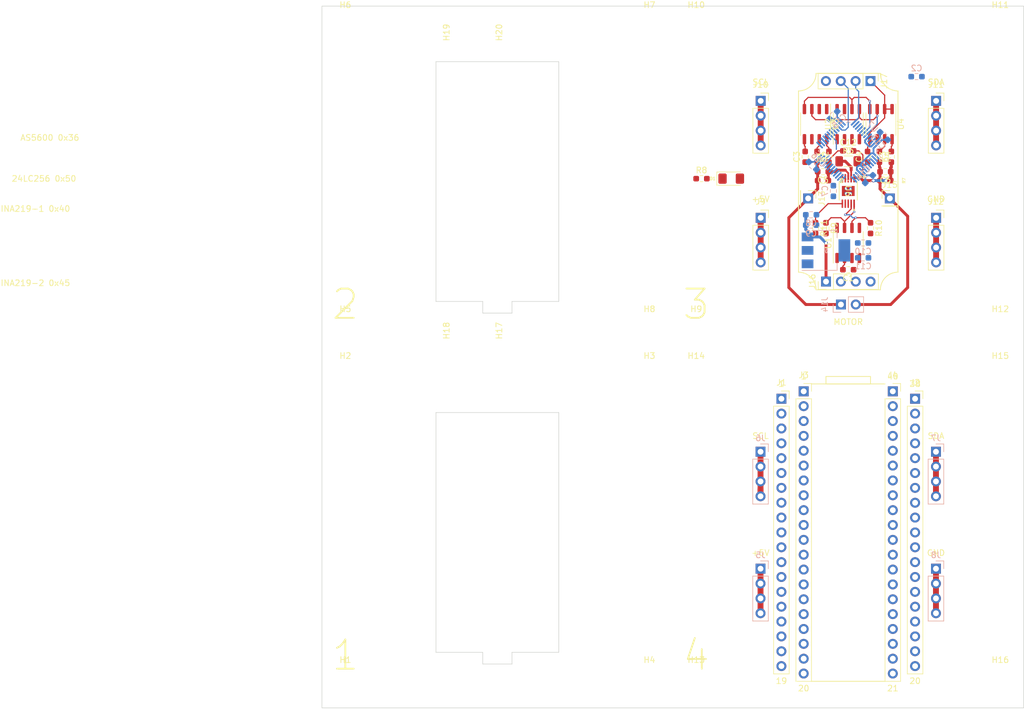
<source format=kicad_pcb>
(kicad_pcb (version 20211014) (generator pcbnew)
  (layers (0 "F.Cu" signal) (1 "In1.Cu" signal) (2 "In2.Cu" signal) (31 "B.Cu" signal) (34 "B.Paste" user) (35 "F.Paste" user) (36 "B.SilkS" user "B.Silkscreen") (37 "F.SilkS" user "F.Silkscreen") (38 "B.Mask" user) (39 "F.Mask" user) (44 "Edge.Cuts" user))
  (net 0 "")
  (net 1 "+5V")
  (net 2 "GNDD")
  (net 3 "+3V3")
  (net 4 "I_SENS_1 -")
  (net 5 "I_SENS_2 -")
  (net 6 "ISENSE")
  (net 7 "Net-(R1-Pad2)")
  (net 8 "Net-(D1-Pad1)")
  (net 9 "H-Bridge 1")
  (net 10 "H-Bridge 2")
  (net 11 "Net-(R3-Pad2)")
  (net 14 "SCL1")
  (net 15 "SDA1")
  (net 26 "GND")
  (net 27 "SDA")
  (net 30 "SCL")
  (net 32 "5V")
  (net 84 "Net-(R2-Pad1)")
  (net 85 "Net-(R4-Pad1)")
  (net 88 "SDA2")
  (net 89 "SCL2")
  (net 95 "SWCLK")
  (net 96 "SWDIO")
  (net 97 "FAULT")
  (footprint "MountingHole:MountingHole_3.2mm_M3" (layer "F.Cu") (at 65.5 95.499999 90)
    (fp_text reference "H18")
    (fp_text value "M2")
  )
  (footprint "MountingHole:MountingHole_3.2mm_M3" (layer "F.Cu") (at 156 96)
    (fp_text reference "H12")
    (fp_text value "3D")
  )
  (footprint "Resistor_SMD:R_0603_1608Metric_Pad0.98x0.95mm_HandSolder" (layer "F.Cu") (at 130 64.752)
    (fp_text reference "C12")
    (fp_text value "100nF")
  )
  (footprint "Connector_PinSocket_2.54mm:PinSocket_1x04_P2.54mm_Vertical" (layer "F.Cu") (at 145.025 56.2)
    (fp_text reference "J11")
    (fp_text value "SDA")
  )
  (footprint "Resistor_SMD:R_0603_1608Metric_Pad0.98x0.95mm_HandSolder" (layer "F.Cu") (at 124.666 65.768 -90)
    (fp_text reference "R2")
    (fp_text value "10R")
  )
  (footprint "Resistor_SMD:R_0603_1608Metric_Pad0.98x0.95mm_HandSolder" (layer "F.Cu") (at 122.634 65.768 90)
    (fp_text reference "C3")
    (fp_text value "100nF")
  )
  (footprint "Resistor_SMD:R_0603_1608Metric_Pad0.98x0.95mm_HandSolder" (layer "F.Cu") (at 136.35 68.308 180)
    (fp_text reference "C6")
    (fp_text value "100nF")
  )
  (footprint "Diode_SMD:D_1206_3216Metric_Pad1.42x1.75mm_HandSolder" (layer "F.Cu") (at 109.9875 69.5)
    (fp_text reference "D1")
    (fp_text value "PWR")
  )
  (footprint "Resistor_SMD:R_0603_1608Metric_Pad0.98x0.95mm_HandSolder" (layer "F.Cu") (at 136.35 69.832)
    (fp_text reference "R7")
    (fp_text value "10m")
  )
  (footprint "Connector_PinSocket_2.54mm:PinSocket_1x19_P2.54mm_Vertical" (layer "F.Cu") (at 118.57 107.14)
    (fp_text reference "J1")
    (fp_text value "ESP-L")
  )
  (footprint "MountingHole:MountingHole_3.2mm_M3" (layer "F.Cu") (at 44 44)
    (fp_text reference "H6")
    (fp_text value "2B")
  )
  (footprint "MountingHole:MountingHole_3.2mm_M3" (layer "F.Cu") (at 74.5 44.500001 90)
    (fp_text reference "H20")
    (fp_text value "M4")
  )
  (footprint "Package_SO:SO-8_3.9x4.9mm_P1.27mm" (layer "F.Cu") (at 130 80.5 90)
    (fp_text reference "U1")
    (fp_text value "AS5600")
  )
  (footprint "Connector_PinSocket_2.54mm:PinSocket_1x20_P2.54mm_Vertical" (layer "F.Cu") (at 137.62 105.87)
    (fp_text reference "J4")
    (fp_text value "STM-R")
  )
  (footprint "MountingHole:MountingHole_3.2mm_M3" (layer "F.Cu") (at 104 44)
    (fp_text reference "H10")
    (fp_text value "3B")
  )
  (footprint "MountingHole:MountingHole_3.2mm_M3" (layer "F.Cu") (at 96 96)
    (fp_text reference "H8")
    (fp_text value "2D")
  )
  (footprint "MountingHole:MountingHole_3.2mm_M3" (layer "F.Cu") (at 96 104)
    (fp_text reference "H3")
    (fp_text value "1C")
  )
  (footprint "Resistor_SMD:R_0603_1608Metric_Pad0.98x0.95mm_HandSolder" (layer "F.Cu") (at 133.81 77.96 -90)
    (fp_text reference "R10")
    (fp_text value "10K")
  )
  (footprint "MountingHole:MountingHole_3.2mm_M3" (layer "F.Cu") (at 65.5 44.500001 90)
    (fp_text reference "H19")
    (fp_text value "M3")
  )
  (footprint "Connector_PinSocket_2.54mm:PinSocket_1x04_P2.54mm_Vertical" (layer "F.Cu") (at 115.025 76.2)
    (fp_text reference "J9")
    (fp_text value "5V")
  )
  (footprint "Resistor_SMD:R_0603_1608Metric_Pad0.98x0.95mm_HandSolder" (layer "F.Cu") (at 135.334 65.768 -90)
    (fp_text reference "R4")
    (fp_text value "10R")
  )
  (footprint "MountingHole:MountingHole_3.2mm_M3" (layer "F.Cu") (at 44 156)
    (fp_text reference "H1")
    (fp_text value "1A")
  )
  (footprint "Resistor_SMD:R_0603_1608Metric_Pad0.98x0.95mm_HandSolder" (layer "F.Cu") (at 125.682 69.832 180)
    (fp_text reference "R6")
    (fp_text value "10m")
  )
  (footprint "MountingHole:MountingHole_3.2mm_M3" (layer "F.Cu") (at 104 104)
    (fp_text reference "H14")
    (fp_text value "4B")
  )
  (footprint "Resistor_SMD:R_0603_1608Metric_Pad0.98x0.95mm_HandSolder" (layer "F.Cu") (at 133.302 65.768 90)
    (fp_text reference "C4")
    (fp_text value "100nF")
  )
  (footprint "Resistor_SMD:R_0603_1608Metric_Pad0.98x0.95mm_HandSolder" (layer "F.Cu") (at 104.9075 69.5)
    (fp_text reference "R8")
    (fp_text value "1K")
  )
  (footprint "MountingHole:MountingHole_3.2mm_M3" (layer "F.Cu") (at 96 44)
    (fp_text reference "H7")
    (fp_text value "2C")
  )
  (footprint "MountingHole:MountingHole_3.2mm_M3" (layer "F.Cu") (at 96 156)
    (fp_text reference "H4")
    (fp_text value "1D")
  )
  (footprint "MountingHole:MountingHole_3.2mm_M3" (layer "F.Cu") (at 44 104)
    (fp_text reference "H2")
    (fp_text value "1B")
  )
  (footprint "Connector_PinHeader_2.54mm:PinHeader_1x04_P2.54mm_Vertical" (layer "F.Cu") (at 126.2 87.104 90)
    (fp_text reference "J16")
    (fp_text value "OUT")
  )
  (footprint "MountingHole:MountingHole_3.2mm_M3" (layer "F.Cu") (at 156 44)
    (fp_text reference "H11")
    (fp_text value "3C")
  )
  (footprint "MountingHole:MountingHole_3.2mm_M3" (layer "F.Cu") (at 74.5 95.499999 90)
    (fp_text reference "H17")
    (fp_text value "M1")
  )
  (footprint "MountingHole:MountingHole_3.2mm_M3" (layer "F.Cu") (at 104 156)
    (fp_text reference "H13")
    (fp_text value "4A")
  )
  (footprint "Resistor_SMD:R_0603_1608Metric_Pad0.98x0.95mm_HandSolder" (layer "F.Cu") (at 126.698 65.768 90)
    (fp_text reference "R1")
    (fp_text value "10R")
  )
  (footprint "Resistor_SMD:R_0603_1608Metric_Pad0.98x0.95mm_HandSolder" (layer "F.Cu") (at 137.366 65.768 90)
    (fp_text reference "R3")
    (fp_text value "10R")
  )
  (footprint "Resistor_SMD:R_0603_1608Metric_Pad0.98x0.95mm_HandSolder" (layer "F.Cu") (at 126.19 77.96 -90)
    (fp_text reference "R9")
    (fp_text value "10K")
  )
  (footprint "Resistor_SMD:R_0603_1608Metric_Pad0.98x0.95mm_HandSolder" (layer "F.Cu") (at 125.682 68.308 180)
    (fp_text reference "C5")
    (fp_text value "100nF")
  )
  (footprint "Resistor_SMD:R_1206_3216Metric_Pad1.30x1.75mm_HandSolder" (layer "F.Cu") (at 130 66.53)
    (fp_text reference "R5")
    (fp_text value "200m")
  )
  (footprint "Package_SO:SO-8_3.9x4.9mm_P1.27mm" (layer "F.Cu") (at 130 60.18 90)
    (fp_text reference "U2")
    (fp_text value "24LC256")
  )
  (footprint "DRV8830:DGQ10_2P18X1P72" (layer "F.Cu") (at 130 71.61 -90)
    (fp_text reference "U6")
    (fp_text value "DRV8830DGQR")
  )
  (footprint "MountingHole:MountingHole_3.2mm_M3" (layer "F.Cu") (at 156 104)
    (fp_text reference "H15")
    (fp_text value "4C")
  )
  (footprint "Resistor_SMD:R_0603_1608Metric_Pad0.98x0.95mm_HandSolder" (layer "F.Cu") (at 130 85.072 180)
    (fp_text reference "C1")
    (fp_text value "100nF")
  )
  (footprint "MountingHole:MountingHole_3.2mm_M3" (layer "F.Cu") (at 104 96)
    (fp_text reference "H9")
    (fp_text value "3A")
  )
  (footprint "Connector_PinSocket_2.54mm:PinSocket_1x19_P2.54mm_Vertical" (layer "F.Cu") (at 141.43 107.14)
    (fp_text reference "J2")
    (fp_text value "ESP-R")
  )
  (footprint "Connector_PinHeader_2.54mm:PinHeader_1x01_P2.54mm_Vertical" (layer "F.Cu") (at 137.112 72.88)
    (fp_text reference "J15")
    (fp_text value "MOT2")
  )
  (footprint "MountingHole:MountingHole_3.2mm_M3" (layer "F.Cu") (at 44 96)
    (fp_text reference "H5")
    (fp_text value "2A")
  )
  (footprint "Resistor_SMD:R_0603_1608Metric_Pad0.98x0.95mm_HandSolder" (layer "F.Cu") (at 124.412 77.96 -90)
    (fp_text reference "R11")
    (fp_text value "10K")
  )
  (footprint "Connector_PinHeader_2.54mm:PinHeader_1x01_P2.54mm_Vertical" (layer "F.Cu") (at 123.142 72.88 -90)
    (fp_text reference "J13")
    (fp_text value "MOT1")
  )
  (footprint "Connector_PinSocket_2.54mm:PinSocket_1x04_P2.54mm_Vertical" (layer "F.Cu") (at 145.025 76.2)
    (fp_text reference "J12")
    (fp_text value "GND")
  )
  (footprint "MountingHole:MountingHole_3.2mm_M3" (layer "F.Cu") (at 156 156)
    (fp_text reference "H16")
    (fp_text value "4D")
  )
  (footprint "Package_SO:SO-8_3.9x4.9mm_P1.27mm" (layer "F.Cu") (at 135.588 60.18 -90)
    (fp_text reference "U4")
    (fp_text value "INA219AxD")
  )
  (footprint "Connector_PinSocket_2.54mm:PinSocket_1x20_P2.54mm_Vertical" (layer "F.Cu") (at 122.38 105.87)
    (fp_text reference "J3")
    (fp_text value "STM-L")
  )
  (footprint "Connector_PinSocket_2.54mm:PinSocket_1x04_P2.54mm_Vertical" (layer "F.Cu") (at 115.025 56.2)
    (fp_text reference "J10")
    (fp_text value "SCL")
  )
  (footprint "Connector_PinHeader_2.54mm:PinHeader_1x04_P2.54mm_Vertical" (layer "F.Cu") (at 133.8 52.814 -90)
    (fp_text reference "J17")
    (fp_text value "STLINK")
  )
  (footprint "Package_SO:SO-8_3.9x4.9mm_P1.27mm" (layer "F.Cu") (at 124.412 60.18 -90)
    (fp_text reference "U3")
    (fp_text value "INA219AxD")
  )
  (footprint "Resistor_SMD:R_0603_1608Metric_Pad0.98x0.95mm_HandSolder" (layer "B.Cu") (at 123.904 67.292 135)
    (fp_text reference "C16")
    (fp_text value "100nF")
  )
  (footprint "Resistor_SMD:R_0603_1608Metric_Pad0.98x0.95mm_HandSolder" (layer "B.Cu") (at 123.65 75.674)
    (fp_text reference "C8")
    (fp_text value "33uF")
  )
  (footprint "Connector_PinHeader_2.54mm:PinHeader_1x04_P2.54mm_Vertical" (layer "B.Cu") (at 115 136.2 180)
    (fp_text reference "J5")
    (fp_text value "5V")
  )
  (footprint "Resistor_SMD:R_0603_1608Metric_Pad0.98x0.95mm_HandSolder" (layer "B.Cu") (at 127.46 71.61 -90)
    (fp_text reference "C7")
    (fp_text value "10uF")
  )
  (footprint "Resistor_SMD:R_0603_1608Metric_Pad0.98x0.95mm_HandSolder" (layer "B.Cu") (at 132.54 80.5)
    (fp_text reference "C10")
    (fp_text value "100nF")
  )
  (footprint "Connector_PinHeader_2.54mm:PinHeader_1x04_P2.54mm_Vertical" (layer "B.Cu") (at 145 116.2 180)
    (fp_text reference "J7")
    (fp_text value "SDA")
  )
  (footprint "Resistor_SMD:R_0603_1608Metric_Pad0.98x0.95mm_HandSolder" (layer "B.Cu") (at 123.65 77.452)
    (fp_text reference "C9")
    (fp_text value "100nF")
  )
  (footprint "Resistor_SMD:R_0603_1608Metric_Pad0.98x0.95mm_HandSolder" (layer "B.Cu") (at 132.54 83.04)
    (fp_text reference "C11")
    (fp_text value "33uF")
  )
  (footprint "Package_QFP:LQFP-48_7x7mm_P0.5mm" (layer "B.Cu") (at 130 64.752 135)
    (fp_text reference "U7")
    (fp_text value "STM32F103C8Tx")
  )
  (footprint "Package_TO_SOT_SMD:SOT-223-3_TabPin2" (layer "B.Cu") (at 126.19 81.77)
    (fp_text reference "U5")
    (fp_text value "AMS1117-3.3")
  )
  (footprint "Connector_PinSocket_2.54mm:PinSocket_1x02_P2.54mm_Vertical" (layer "B.Cu") (at 128.75 91.025 -90)
    (fp_text reference "J14")
    (fp_text value "MOT")
  )
  (footprint "Connector_PinHeader_2.54mm:PinHeader_1x04_P2.54mm_Vertical" (layer "B.Cu") (at 115 116.2 180)
    (fp_text reference "J6")
    (fp_text value "SCL")
  )
  (footprint "Resistor_SMD:R_0603_1608Metric_Pad0.98x0.95mm_HandSolder" (layer "B.Cu") (at 136.096 62.212 -45)
    (fp_text reference "C13")
    (fp_text value "100nF")
  )
  (footprint "Resistor_SMD:R_0603_1608Metric_Pad0.98x0.95mm_HandSolder" (layer "B.Cu") (at 127.46 58.656 45)
    (fp_text reference "C15")
    (fp_text value "100nF")
  )
  (footprint "Resistor_SMD:R_0603_1608Metric_Pad0.98x0.95mm_HandSolder" (layer "B.Cu") (at 133.556 69.578 -135)
    (fp_text reference "C14")
    (fp_text value "100nF")
  )
  (footprint "Connector_PinHeader_2.54mm:PinHeader_1x04_P2.54mm_Vertical" (layer "B.Cu") (at 145 136.2 180)
    (fp_text reference "J8")
    (fp_text value "GND")
  )
  (footprint "Resistor_SMD:R_0603_1608Metric_Pad0.98x0.95mm_HandSolder" (layer "B.Cu") (at 141.684 52.052 180)
    (fp_text reference "C2")
    (fp_text value "100nF")
  )
  (gr_arc (start 138.500001 54.5) (mid 136.37868 53.621321) (end 135.5 51.5) (layer "F.SilkS") (width 0.15))
  (gr_line (start 121.499999 54.5) (end 121.499999 85.5) (layer "F.SilkS") (width 0.15))
  (gr_rect locked (start 126.19 104.6) (end 133.81 103.33) (layer "F.SilkS") (width 0.15) (fill none))
  (gr_arc (start 124.5 51.5) (mid 123.62132 53.62132) (end 121.499999 54.5) (layer "F.SilkS") (width 0.15))
  (gr_line (start 135.5 51.5) (end 124.5 51.5) (layer "F.SilkS") (width 0.15))
  (gr_line locked (start 123.71 104.6) (end 136.29 104.6) (layer "F.SilkS") (width 0.15))
  (gr_line locked (start 123.71 155.46) (end 136.29 155.46) (layer "F.SilkS") (width 0.15))
  (gr_arc (start 121.499999 85.5) (mid 123.62132 86.378679) (end 124.5 88.5) (layer "F.SilkS") (width 0.15))
  (gr_line (start 138.500001 85.5) (end 138.500001 54.5) (layer "F.SilkS") (width 0.15))
  (gr_line (start 124.5 88.5) (end 135.5 88.5) (layer "F.SilkS") (width 0.15))
  (gr_arc (start 135.5 88.5) (mid 136.37868 86.37868) (end 138.500001 85.5) (layer "F.SilkS") (width 0.15))
  (gr_line locked (start 72.5 92.500001) (end 72.5 90.5) (layer "Edge.Cuts") (width 0.1))
  (gr_line locked (start 59.5 150.5) (end 59.5 109.5) (layer "Edge.Cuts") (width 0.1))
  (gr_line locked (start 59.5 150.5) (end 67.5 150.5) (layer "Edge.Cuts") (width 0.1))
  (gr_line locked (start 67.5 92.5) (end 67.5 90.5) (layer "Edge.Cuts") (width 0.1))
  (gr_line locked (start 80.5 90.5) (end 72.5 90.5) (layer "Edge.Cuts") (width 0.1))
  (gr_line locked (start 80.5 109.5) (end 80.5 150.5) (layer "Edge.Cuts") (width 0.1))
  (gr_line locked (start 59.5 90.5) (end 59.5 49.5) (layer "Edge.Cuts") (width 0.1))
  (gr_line locked (start 80.5 49.5) (end 80.5 90.5) (layer "Edge.Cuts") (width 0.1))
  (gr_rect (start 40 40) (end 160 160) (layer "Edge.Cuts") (width 0.1) (fill none))
  (gr_line locked (start 72.5 152.500001) (end 67.5 152.5) (layer "Edge.Cuts") (width 0.1))
  (gr_line locked (start 59.5 90.5) (end 67.5 90.5) (layer "Edge.Cuts") (width 0.1))
  (gr_line locked (start 59.5 49.5) (end 80.5 49.5) (layer "Edge.Cuts") (width 0.1))
  (gr_line locked (start 72.5 152.500001) (end 72.5 150.5) (layer "Edge.Cuts") (width 0.1))
  (gr_line locked (start 72.5 92.500001) (end 67.5 92.5) (layer "Edge.Cuts") (width 0.1))
  (gr_line locked (start 80.5 150.5) (end 72.5 150.5) (layer "Edge.Cuts") (width 0.1))
  (gr_line locked (start 67.5 152.5) (end 67.5 150.5) (layer "Edge.Cuts") (width 0.1))
  (gr_line locked (start 59.5 109.5) (end 80.5 109.5) (layer "Edge.Cuts") (width 0.1))
  (gr_text "38" (at 141.43 104.6) (layer "F.SilkS") (effects (font (size 1 1))))
  (gr_text "SDA" (at 145 113.5) (layer "F.SilkS") (effects (font (size 1 1))))
  (gr_text "INA219-2 0x45" (at -9 87.35) (layer "F.SilkS") (effects (font (size 1 1))))
  (gr_text "MOTOR" (at 130 94) (layer "F.SilkS") (effects (font (size 1 1))))
  (gr_text "SCL" (at 115.025 53) (layer "F.SilkS") (effects (font (size 1 1))))
  (gr_text "SDA" (at 145.025 53) (layer "F.SilkS") (effects (font (size 1 1))))
  (gr_text "1" (at 44 151) (layer "F.SilkS") (effects (font (size 5 5) (thickness 0.3))))
  (gr_text "SCL" (at 115 113.5) (layer "F.SilkS") (effects (font (size 1 1))))
  (gr_text "INA219-1 0x40" (at -9 74.65) (layer "F.SilkS") (effects (font (size 1 1))))
  (gr_text "1" (at 122.38 103.33) (layer "F.SilkS") (effects (font (size 1 1))))
  (gr_text "4" (at 104 151) (layer "F.SilkS") (effects (font (size 5 5) (thickness 0.3))))
  (gr_text "+5V" (at 115 133.5) (layer "F.SilkS") (effects (font (size 1 1))))
  (gr_text "40" (at 137.62 103.33) (layer "F.SilkS") (effects (font (size 1 1))))
  (gr_text "3" (at 104 91) (layer "F.SilkS") (effects (font (size 5 5) (thickness 0.3))))
  (gr_text "1" (at 118.57 104.6) (layer "F.SilkS") (effects (font (size 1 1))))
  (gr_text "20" (at 122.38 156.67) (layer "F.SilkS") (effects (font (size 1 1))))
  (gr_text "21" (at 137.62 156.67) (layer "F.SilkS") (effects (font (size 1 1))))
  (gr_text "GND" (at 145 133.5) (layer "F.SilkS") (effects (font (size 1 1))))
  (gr_text "AS5600 0x36" (at -6.532993 62.5) (layer "F.SilkS") (effects (font (size 1 1))))
  (gr_text "+5V" (at 115.025 73) (layer "F.SilkS") (effects (font (size 1 1))))
  (gr_text "24LC256 0x50" (at -7.532993 69.5) (layer "F.SilkS") (effects (font (size 1 1))))
  (gr_text "19" (at 118.57 155.4) (layer "F.SilkS") (effects (font (size 1 1))))
  (gr_text "2" (at 44 91) (layer "F.SilkS") (effects (font (size 5 5) (thickness 0.3))))
  (gr_text "20" (at 141.43 155.4) (layer "F.SilkS") (effects (font (size 1 1))))
  (gr_text "GND" (at 145.025 73) (layer "F.SilkS") (effects (font (size 1 1))))
  (segment (start 115.025 77.187) (end 115.025 76.193) (width 1) (layer "F.Cu") (net 1))
  (segment (start 115.025 76.2) (end 115.025 77.187) (width 1) (layer "F.Cu") (net 1))
  (segment (start 115.025 83.82) (end 115.025 77.187) (width 1) (layer "F.Cu") (net 1))
  (segment (start 126.2 80.51) (end 126.2 87.104) (width 0.5) (layer "F.Cu") (net 1))
  (via (at 126.19 80.5) (size 0.6) (drill 0.4) (layers "F.Cu" "B.Cu") (net 1))
  (segment (start 123.04 78.5165) (end 122.7375 78.214) (width 0.5) (layer "B.Cu") (net 1))
  (segment (start 123.04 79.47) (end 125.16 79.47) (width 0.5) (layer "B.Cu") (net 1))
  (segment (start 126.19 80.5) (end 126.2 80.51) (width 0.5) (layer "B.Cu") (net 1))
  (segment (start 123.04 79.47) (end 123.04 78.5165) (width 0.5) (layer "B.Cu") (net 1))
  (segment (start 122.7375 78.214) (end 122.7375 75.674) (width 0.5) (layer "B.Cu") (net 1))
  (segment (start 125.16 79.47) (end 126.19 80.5) (width 0.5) (layer "B.Cu") (net 1))
  (segment (start 145.025 76.2) (end 145.025 83.82) (width 1) (layer "F.Cu") (net 2))
  (segment (start 125.464998 66.104342) (end 125.465678 66.104342) (width 0.3) (layer "B.Cu") (net 2))
  (segment (start 128.647658 60.217678) (end 127.731215 59.301235) (width 0.3) (layer "B.Cu") (net 2))
  (segment (start 124.549235 67.020105) (end 125.464998 66.104342) (width 0.3) (layer "B.Cu") (net 2))
  (segment (start 127.576765 59.301235) (end 127.731895 59.301235) (width 0.3) (layer "B.Cu") (net 2))
  (segment (start 133.558115 63.992115) (end 132.881205 63.315205) (width 0.3) (layer "B.Cu") (net 2))
  (segment (start 133.120105 68.932765) (end 134.201235 68.932765) (width 0.3) (layer "B.Cu") (net 2))
  (segment (start 132.881205 63.315205) (end 132.881205 62.931455) (width 0.3) (layer "B.Cu") (net 2))
  (segment (start 124.549235 67.937235) (end 124.549235 67.020105) (width 0.3) (layer "B.Cu") (net 2))
  (segment (start 126.814765 59.301235) (end 127.576765 59.301235) (width 0.3) (layer "B.Cu") (net 2))
  (segment (start 134.534322 63.399658) (end 133.941865 63.992115) (width 0.3) (layer "B.Cu") (net 2))
  (segment (start 132.413002 68.225662) (end 133.120105 68.932765) (width 0.3) (layer "B.Cu") (net 2))
  (segment (start 132.881205 62.931455) (end 133.473662 62.338998) (width 0.3) (layer "B.Cu") (net 2))
  (segment (start 134.535002 63.399658) (end 134.534322 63.399658) (width 0.3) (layer "B.Cu") (net 2))
  (segment (start 128.647658 60.217678) (end 128.647658 60.216998) (width 0.3) (layer "B.Cu") (net 2))
  (segment (start 135.450765 61.566765) (end 135.450765 62.483895) (width 0.3) (layer "B.Cu") (net 2))
  (segment (start 133.941865 63.992115) (end 133.558115 63.992115) (width 0.3) (layer "B.Cu") (net 2))
  (segment (start 135.450765 62.483895) (end 134.535002 63.399658) (width 0.3) (layer "B.Cu") (net 2))
  (segment (start 127.731215 59.301235) (end 127.576765 59.301235) (width 0.3) (layer "B.Cu") (net 2))
  (segment (start 136.223 55.227) (end 133.81 52.814) (width 0.2) (layer "F.Cu") (net 3))
  (segment (start 133.683 63.736) (end 133.302 64.117) (width 0.2) (layer "F.Cu") (net 3))
  (segment (start 129.0875 84.4605) (end 129.365 84.183) (width 0.2) (layer "F.Cu") (net 3))
  (segment (start 129.365 83.075) (end 128.095 83.075) (width 0.2) (layer "F.Cu") (net 3))
  (segment (start 136.223 57.605) (end 136.223 55.227) (width 0.2) (layer "F.Cu") (net 3))
  (segment (start 133.683 62.755) (end 133.683 63.736) (width 0.2) (layer "F.Cu") (net 3))
  (segment (start 122.634 63.99) (end 122.507 63.863) (width 0.2) (layer "F.Cu") (net 3))
  (segment (start 133.683 62.755) (end 133.683 61.664642) (width 0.2) (layer "F.Cu") (net 3))
  (segment (start 122.634 64.8555) (end 122.634 63.99) (width 0.2) (layer "F.Cu") (net 3))
  (segment (start 133.302 64.117) (end 133.302 64.8555) (width 0.2) (layer "F.Cu") (net 3))
  (segment (start 136.223 57.605) (end 136.223 58.783) (width 0.2) (layer "F.Cu") (net 3))
  (segment (start 133.683 61.664642) (end 136.223 59.124642) (width 0.2) (layer "F.Cu") (net 3))
  (segment (start 137.493 57.605) (end 136.223 57.605) (width 0.2) (layer "F.Cu") (net 3))
  (segment (start 129.0875 85.072) (end 129.0875 84.4605) (width 0.2) (layer "F.Cu") (net 3))
  (segment (start 129.365 83.075) (end 129.365 84.183) (width 0.2) (layer "F.Cu") (net 3))
  (segment (start 136.223 59.124642) (end 136.223 58.783) (width 0.2) (layer "F.Cu") (net 3))
  (segment (start 122.507 63.863) (end 122.507 62.755) (width 0.2) (layer "F.Cu") (net 3))
  (segment (start 134.318 64.323088) (end 134.318 65.180912) (width 0.3) (layer "B.Cu") (net 3))
  (segment (start 132.174098 66.927288) (end 132.174098 67.279652) (width 0.3) (layer "B.Cu") (net 3))
  (segment (start 124.216147 66.646765) (end 125.112124 65.750788) (width 0.3) (layer "B.Cu") (net 3))
  (segment (start 132.910765 69.431211) (end 131.466992 67.987438) (width 0.3) (layer "B.Cu") (net 3))
  (segment (start 134.318 65.180912) (end 134.29542 65.158332) (width 0.3) (layer "B.Cu") (net 3))
  (segment (start 134.887876 63.753212) (end 134.318 64.323088) (width 0.3) (layer "B.Cu") (net 3))
  (segment (start 129.001212 59.864124) (end 128.105235 58.968148) (width 0.3) (layer "B.Cu") (net 3))
  (segment (start 132.910765 70.223235) (end 132.910765 69.431211) (width 0.3) (layer "B.Cu") (net 3))
  (segment (start 134.318 65.180912) (end 134.887876 65.750788) (width 0.3) (layer "B.Cu") (net 3))
  (segment (start 134.29542 65.158332) (end 133.943054 65.158332) (width 0.3) (layer "B.Cu") (net 3))
  (segment (start 131.466992 67.578312) (end 131.765652 67.279652) (width 0.3) (layer "B.Cu") (net 3))
  (segment (start 131.765652 67.279652) (end 132.174098 67.279652) (width 0.3) (layer "B.Cu") (net 3))
  (segment (start 128.105235 58.968148) (end 128.105235 58.010765) (width 0.3) (layer "B.Cu") (net 3))
  (segment (start 123.258765 66.646765) (end 124.216147 66.646765) (width 0.3) (layer "B.Cu") (net 3))
  (segment (start 133.943054 65.158332) (end 132.174098 66.927288) (width 0.3) (layer "B.Cu") (net 3))
  (segment (start 132.059449 68.579215) (end 131.466992 67.986758) (width 0.3) (layer "B.Cu") (net 3))
  (segment (start 131.466992 67.857008) (end 131.466992 67.578312) (width 0.3) (layer "B.Cu") (net 3))
  (segment (start 131.466992 67.987438) (end 131.466992 67.857008) (width 0.3) (layer "B.Cu") (net 3))
  (segment (start 134.887876 63.753212) (end 135.783853 62.857235) (width 0.3) (layer "B.Cu") (net 3))
  (segment (start 136.741235 62.857235) (end 135.783853 62.857235) (width 0.3) (layer "B.Cu") (net 3))
  (segment (start 132.174098 67.279652) (end 132.766555 67.872109) (width 0.3) (layer "B.Cu") (net 3))
  (segment (start 131.466992 67.986758) (end 131.466992 67.857008) (width 0.3) (layer "B.Cu") (net 3))
  (segment (start 124.7695 68.308) (end 124.7695 67.6495) (width 0.5) (layer "F.Cu") (net 4))
  (segment (start 124.666 66.6805) (end 124.666 67.546) (width 0.5) (layer "F.Cu") (net 4))
  (segment (start 119.84 88.12) (end 119.84 76.182) (width 0.5) (layer "F.Cu") (net 4))
  (segment (start 124.7695 69.832) (end 124.7695 71.2525) (width 0.5) (layer "F.Cu") (net 4))
  (segment (start 124.666 67.546) (end 124.7695 67.6495) (width 0.5) (layer "F.Cu") (net 4))
  (segment (start 128.75 91.025) (end 122.745 91.025) (width 0.5) (layer "F.Cu") (net 4))
  (segment (start 124.7695 69.832) (end 124.7695 67.6495) (width 0.5) (layer "F.Cu") (net 4))
  (segment (start 122.745 91.025) (end 119.84 88.12) (width 0.5) (layer "F.Cu") (net 4))
  (segment (start 124.7695 71.2525) (end 123.142 72.88) (width 0.5) (layer "F.Cu") (net 4))
  (segment (start 119.84 76.182) (end 123.142 72.88) (width 0.5) (layer "F.Cu") (net 4))
  (segment (start 140.16 75.928) (end 137.112 72.88) (width 0.5) (layer "F.Cu") (net 5))
  (segment (start 135.4375 67.6495) (end 135.334 67.546) (width 0.5) (layer "F.Cu") (net 5))
  (segment (start 140.16 88.12) (end 140.16 75.928) (width 0.5) (layer "F.Cu") (net 5))
  (segment (start 135.4375 68.308) (end 135.4375 67.6495) (width 0.5) (layer "F.Cu") (net 5))
  (segment (start 131.29 91.025) (end 137.255 91.025) (width 0.5) (layer "F.Cu") (net 5))
  (segment (start 137.112 72.88) (end 137.065 72.88) (width 0.5) (layer "F.Cu") (net 5))
  (segment (start 135.4375 69.832) (end 135.4375 68.308) (width 0.5) (layer "F.Cu") (net 5))
  (segment (start 135.4375 71.2525) (end 135.4375 69.832) (width 0.5) (layer "F.Cu") (net 5))
  (segment (start 137.065 72.88) (end 135.4375 71.2525) (width 0.5) (layer "F.Cu") (net 5))
  (segment (start 135.334 66.6805) (end 135.334 67.546) (width 0.5) (layer "F.Cu") (net 5))
  (segment (start 137.255 91.025) (end 140.16 88.12) (width 0.5) (layer "F.Cu") (net 5))
  (segment (start 128.45 66.53) (end 129.492 66.53) (width 0.5) (layer "F.Cu") (net 6))
  (segment (start 130.499999 68.045999) (end 130.499999 69.435001) (width 0.3) (layer "F.Cu") (net 6))
  (segment (start 130.499999 67.537999) (end 130.499999 68.045999) (width 0.5) (layer "F.Cu") (net 6))
  (segment (start 129.492 66.53) (end 130.499999 67.537999) (width 0.5) (layer "F.Cu") (net 6))
  (segment (start 126.317 63.863) (end 126.698 64.244) (width 0.2) (layer "F.Cu") (net 7))
  (segment (start 126.698 64.244) (end 126.698 64.8555) (width 0.2) (layer "F.Cu") (net 7))
  (segment (start 126.317 62.755) (end 126.317 63.863) (width 0.2) (layer "F.Cu") (net 7))
  (segment (start 126.698 66.276) (end 128.222 64.752) (width 0.2) (layer "F.Cu") (net 9))
  (segment (start 126.698 66.6805) (end 126.698 66.276) (width 0.2) (layer "F.Cu") (net 9))
  (segment (start 126.698 66.6805) (end 126.698 67.546) (width 0.5) (layer "F.Cu") (net 9))
  (segment (start 128.222 64.752) (end 129.0875 64.752) (width 0.2) (layer "F.Cu") (net 9))
  (segment (start 126.698 67.546) (end 126.5945 67.6495) (width 0.5) (layer "F.Cu") (net 9))
  (segment (start 130 69.435001) (end 130 68.562958) (width 0.3) (layer "F.Cu") (net 9))
  (segment (start 130.000479 69.069521) (end 130 69.07) (width 0.3) (layer "F.Cu") (net 9))
  (segment (start 126.5945 69.832) (end 126.5945 67.6495) (width 0.5) (layer "F.Cu") (net 9))
  (segment (start 126.5945 68.308) (end 127.714 68.308) (width 0.5) (layer "F.Cu") (net 9))
  (segment (start 129.492 68.054) (end 130.000479 68.562479) (width 0.3) (layer "F.Cu") (net 9))
  (segment (start 127.968 68.054) (end 129.492 68.054) (width 0.5) (layer "F.Cu") (net 9))
  (segment (start 126.5945 68.308) (end 126.5945 67.6495) (width 0.5) (layer "F.Cu") (net 9))
  (segment (start 127.714 68.308) (end 127.968 68.054) (width 0.5) (layer "F.Cu") (net 9))
  (segment (start 137.2625 68.308) (end 137.2625 67.6495) (width 0.5) (layer "F.Cu") (net 10))
  (segment (start 137.366 67.546) (end 137.2625 67.6495) (width 0.5) (layer "F.Cu") (net 10))
  (segment (start 137.366 66.6805) (end 137.366 67.546) (width 0.5) (layer "F.Cu") (net 10))
  (segment (start 130.9125 64.752) (end 131.803069 64.752) (width 0.2) (layer "F.Cu") (net 10))
  (segment (start 131.000001 69.435001) (end 132.143001 69.435001) (width 0.3) (layer "F.Cu") (net 10))
  (segment (start 132.49952 65.448451) (end 132.49952 69.078482) (width 0.2) (layer "F.Cu") (net 10))
  (segment (start 131.803069 64.752) (end 132.49952 65.448451) (width 0.2) (layer "F.Cu") (net 10))
  (segment (start 132.54 69.832) (end 132.143001 69.435001) (width 0.5) (layer "F.Cu") (net 10))
  (segment (start 132.032 69.324) (end 131.016 69.324) (width 0.3) (layer "F.Cu") (net 10))
  (segment (start 137.2625 69.832) (end 136.4245 69.832) (width 0.5) (layer "F.Cu") (net 10))
  (segment (start 132.49952 69.078482) (end 132.143001 69.435001) (width 0.2) (layer "F.Cu") (net 10))
  (segment (start 132.143001 69.435001) (end 132.032 69.324) (width 0.3) (layer "F.Cu") (net 10))
  (segment (start 137.2625 69.832) (end 137.2625 67.6495) (width 0.5) (layer "F.Cu") (net 10))
  (segment (start 134.318 69.832) (end 132.54 69.832) (width 0.5) (layer "F.Cu") (net 10))
  (via (at 134.318 69.832) (size 0.6) (drill 0.4) (layers "F.Cu" "B.Cu") (net 10))
  (via (at 136.4245 69.832) (size 0.6) (drill 0.4) (layers "F.Cu" "B.Cu") (net 10))
  (segment (start 136.4245 69.832) (end 134.318 69.832) (width 0.5) (layer "B.Cu") (net 10))
  (segment (start 137.493 63.863) (end 137.366 63.99) (width 0.2) (layer "F.Cu") (net 11))
  (segment (start 137.366 63.99) (end 137.366 64.8555) (width 0.2) (layer "F.Cu") (net 11))
  (segment (start 137.493 62.755) (end 137.493 63.863) (width 0.2) (layer "F.Cu") (net 11))
  (segment (start 133.048 55.608) (end 133.683 56.243) (width 0.2) (layer "F.Cu") (net 14))
  (segment (start 130.254 55.608) (end 130.635 55.989) (width 0.2) (layer "F.Cu") (net 14))
  (segment (start 127.0555 76.182) (end 128.73 76.182) (width 0.2) (layer "F.Cu") (net 14))
  (segment (start 123.142 55.608) (end 130.254 55.608) (width 0.2) (layer "F.Cu") (net 14))
  (segment (start 115.025 63.82) (end 115.025 56.2) (width 1) (layer "F.Cu") (net 14))
  (segment (start 133.683 56.243) (end 133.683 57.605) (width 0.2) (layer "F.Cu") (net 14))
  (segment (start 128.73 76.182) (end 129.365 76.817) (width 0.2) (layer "F.Cu") (net 14))
  (segment (start 131.016 55.608) (end 133.048 55.608) (width 0.2) (layer "F.Cu") (net 14))
  (segment (start 122.507 56.243) (end 123.142 55.608) (width 0.2) (layer "F.Cu") (net 14))
  (segment (start 126.19 77.0475) (end 127.0555 76.182) (width 0.2) (layer "F.Cu") (net 14))
  (segment (start 131.000001 75.181999) (end 131.000001 73.784999) (width 0.2) (layer "F.Cu") (net 14))
  (segment (start 129.365 76.817) (end 131.000001 75.181999) (width 0.2) (layer "F.Cu") (net 14))
  (segment (start 129.365 76.817) (end 129.365 77.925) (width 0.2) (layer "F.Cu") (net 14))
  (segment (start 122.507 57.605) (end 122.507 56.243) (width 0.2) (layer "F.Cu") (net 14))
  (segment (start 130.635 55.989) (end 131.016 55.608) (width 0.2) (layer "F.Cu") (net 14))
  (segment (start 130.635 57.605) (end 130.635 55.989) (width 0.2) (layer "F.Cu") (net 14))
  (via (at 133.683 56.243) (size 0.4) (drill 0.2) (layers "F.Cu" "B.Cu") (net 14))
  (via (at 131.000001 75.181999) (size 0.4) (drill 0.2) (layers "F.Cu" "B.Cu") (net 14))
  (segment (start 133.683 60.715446) (end 133.683 56.243) (width 0.2) (layer "B.Cu") (net 14))
  (segment (start 132.766555 61.631891) (end 133.683 60.715446) (width 0.2) (layer "B.Cu") (net 14))
  (segment (start 124.412 59.418) (end 131.524 59.418) (width 0.2) (layer "F.Cu") (net 15))
  (segment (start 134.953 58.783) (end 134.318 59.418) (width 0.2) (layer "F.Cu") (net 15))
  (segment (start 133.81 77.0475) (end 132.9445 76.182) (width 0.2) (layer "F.Cu") (net 15))
  (segment (start 134.318 59.418) (end 132.286 59.418) (width 0.2) (layer "F.Cu") (net 15))
  (segment (start 134.953 57.605) (end 134.953 58.783) (width 0.2) (layer "F.Cu") (net 15))
  (segment (start 129.492 75.674) (end 130.499999 74.666001) (width 0.2) (layer "F.Cu") (net 15))
  (segment (start 130.635 76.817) (end 130.635 77.925) (width 0.2) (layer "F.Cu") (net 15))
  (segment (start 131.27 76.182) (end 130.635 76.817) (width 0.2) (layer "F.Cu") (net 15))
  (segment (start 145.025 56.2) (end 145.025 63.82) (width 1) (layer "F.Cu") (net 15))
  (segment (start 132.9445 76.182) (end 131.27 76.182) (width 0.2) (layer "F.Cu") (net 15))
  (segment (start 123.777 57.605) (end 123.777 58.783) (width 0.2) (layer "F.Cu") (net 15))
  (segment (start 131.524 59.418) (end 131.905 59.037) (width 0.2) (layer "F.Cu") (net 15))
  (segment (start 131.905 57.605) (end 131.905 59.037) (width 0.2) (layer "F.Cu") (net 15))
  (segment (start 123.777 58.783) (end 124.412 59.418) (width 0.2) (layer "F.Cu") (net 15))
  (segment (start 130.499999 74.666001) (end 130.499999 73.784999) (width 0.2) (layer "F.Cu") (net 15))
  (segment (start 132.286 59.418) (end 131.905 59.037) (width 0.2) (layer "F.Cu") (net 15))
  (via (at 131.27 76.182) (size 0.4) (drill 0.2) (layers "F.Cu" "B.Cu") (net 15))
  (via (at 134.953 58.783) (size 0.4) (drill 0.2) (layers "F.Cu" "B.Cu") (net 15))
  (via (at 129.492 75.674) (size 0.4) (drill 0.2) (layers "F.Cu" "B.Cu") (net 15))
  (segment (start 133.120109 61.985445) (end 134.953 60.152554) (width 0.2) (layer "B.Cu") (net 15))
  (segment (start 130.254 75.674) (end 130.762 76.182) (width 0.2) (layer "B.Cu") (net 15))
  (segment (start 130.762 76.182) (end 131.27 76.182) (width 0.2) (layer "B.Cu") (net 15))
  (segment (start 129.492 75.674) (end 130.254 75.674) (width 0.2) (layer "B.Cu") (net 15))
  (segment (start 134.953 60.152554) (end 134.953 58.783) (width 0.2) (layer "B.Cu") (net 15))
  (segment (start 145 143.82) (end 145 136.2) (width 1) (layer "F.Cu") (net 26))
  (segment (start 145 123.82) (end 145 116.2) (width 1) (layer "F.Cu") (net 27))
  (segment (start 115 123.82) (end 115 122.678) (width 1) (layer "F.Cu") (net 30))
  (segment (start 115 122.678) (end 115 123.92) (width 1) (layer "F.Cu") (net 30))
  (segment (start 115 116.2) (end 115 122.678) (width 1) (layer "F.Cu") (net 30))
  (segment (start 115 143.82) (end 115 136.2) (width 1) (layer "F.Cu") (net 32))
  (segment (start 125.047 63.863) (end 124.666 64.244) (width 0.2) (layer "F.Cu") (net 84))
  (segment (start 124.666 64.244) (end 124.666 64.8555) (width 0.2) (layer "F.Cu") (net 84))
  (segment (start 125.047 62.755) (end 125.047 63.863) (width 0.2) (layer "F.Cu") (net 84))
  (segment (start 136.223 63.9665) (end 136.223 62.755) (width 0.2) (layer "F.Cu") (net 85))
  (segment (start 135.334 64.8555) (end 136.223 63.9665) (width 0.2) (layer "F.Cu") (net 85))
  (segment (start 125.819231 66.457895) (end 126.698 65.579126) (width 0.2) (layer "B.Cu") (net 88))
  (segment (start 126.172785 66.801215) (end 126.952 66.022) (width 0.2) (layer "B.Cu") (net 89))
  (segment (start 126.172785 66.811449) (end 126.172785 66.801215) (width 0.2) (layer "B.Cu") (net 89))
  (segment (start 131.27 54.084) (end 131.778 54.592) (width 0.2) (layer "B.Cu") (net 95))
  (segment (start 131.27 52.814) (end 131.27 54.084) (width 0.2) (layer "B.Cu") (net 95))
  (segment (start 131.778 54.592) (end 131.778 59.084912) (width 0.2) (layer "B.Cu") (net 95))
  (segment (start 131.778 59.084912) (end 130.998788 59.864124) (width 0.2) (layer "B.Cu") (net 95))
  (segment (start 129.501526 61.196) (end 130 60.697526) (width 0.2) (layer "B.Cu") (net 96))
  (segment (start 128.918874 61.196) (end 129.501526 61.196) (width 0.2) (layer "B.Cu") (net 96))
  (segment (start 130 54.084) (end 128.73 52.814) (width 0.2) (layer "B.Cu") (net 96))
  (segment (start 128.294105 60.571231) (end 128.918874 61.196) (width 0.2) (layer "B.Cu") (net 96))
  (segment (start 130 60.697526) (end 130 54.084) (width 0.2) (layer "B.Cu") (net 96))
  (segment (start 124.412 75.928) (end 124.412 76.944) (width 0.2) (layer "F.Cu") (net 97))
  (segment (start 125.428 74.912) (end 126.555001 73.784999) (width 0.2) (layer "F.Cu") (net 97))
  (segment (start 125.428 74.912) (end 124.412 75.928) (width 0.2) (layer "F.Cu") (net 97))
  (segment (start 126.555001 73.784999) (end 128.999999 73.784999) (width 0.2) (layer "F.Cu") (net 97))
  (segment (start 127.968 64.498) (end 127.968 63.073554) (width 0.2) (layer "B.Cu") (net 97))
  (segment (start 127.968 63.073554) (end 126.879891 61.985445) (width 0.2) (layer "B.Cu") (net 97))
)
</source>
